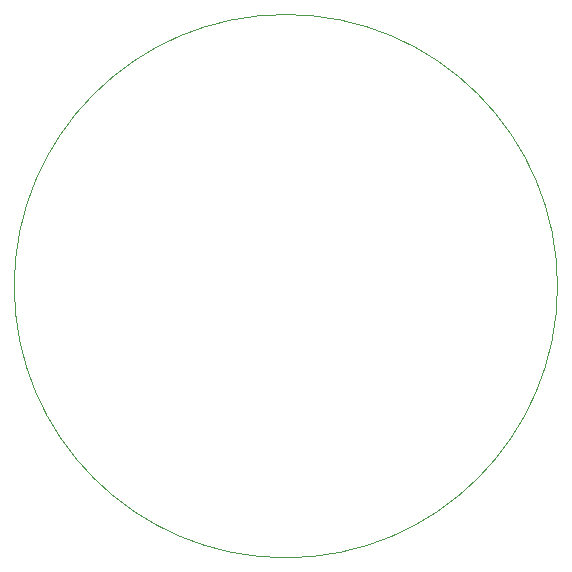
<source format=gm1>
G04*
G04 #@! TF.GenerationSoftware,Altium Limited,Altium Designer,18.1.7 (191)*
G04*
G04 Layer_Color=16711935*
%FSLAX43Y43*%
%MOMM*%
G71*
G01*
G75*
%ADD47C,0.100*%
D47*
X165960Y66992D02*
G03*
X165960Y66992I-23000J0D01*
G01*
M02*

</source>
